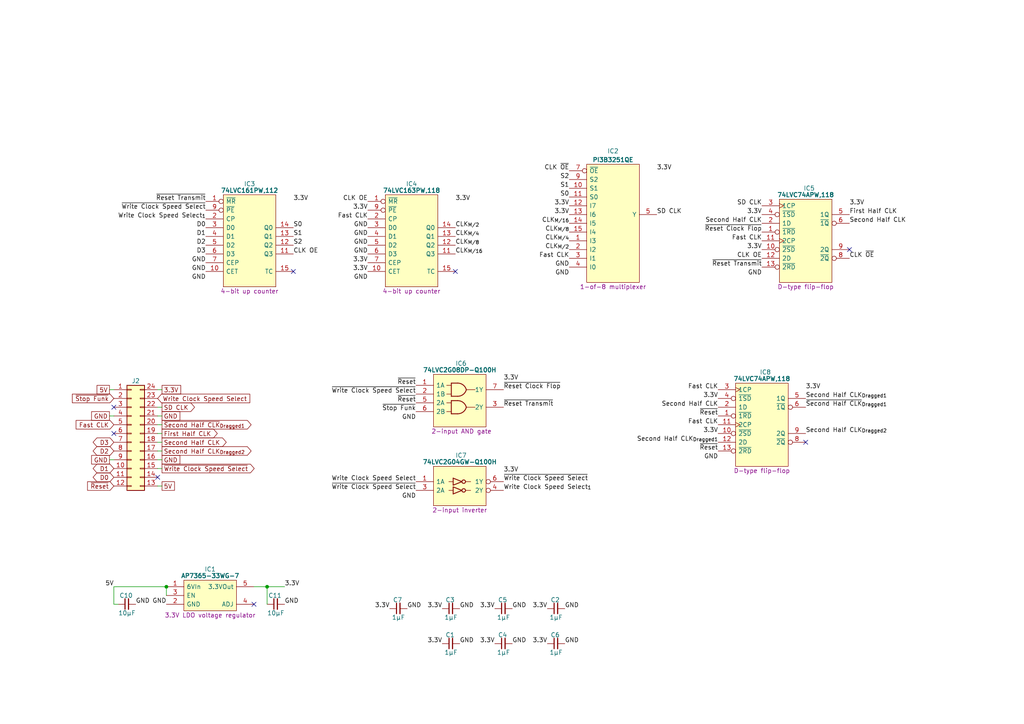
<source format=kicad_sch>
(kicad_sch (version 20231120) (generator "eeschema") (generator_version "8.0")
  (paper "A4")
  (title_block (title "SD Card Clock") (date "2024-06-30") (rev "V0"))
  (lib_symbols
    (symbol "Connector_Generic:Conn_02x12_Counter_Clockwise" (pin_names (offset 1.016) hide)
      (property "Reference" "J" (at 1.27 15.24 0))
      (property "Value" "Conn_02x12_Counter_Clockwise" (at 1.27 -17.78 0))
      (symbol "Conn_02x12_Counter_Clockwise_1_1"
        (rectangle (start -1.27 -15.113) (end 0 -15.367) (stroke (width 0.1524)))
        (rectangle (start -1.27 -12.573) (end 0 -12.827) (stroke (width 0.1524)))
        (rectangle (start -1.27 -10.033) (end 0 -10.287) (stroke (width 0.1524)))
        (rectangle (start -1.27 -7.493) (end 0 -7.747) (stroke (width 0.1524)))
        (rectangle (start -1.27 -4.953) (end 0 -5.207) (stroke (width 0.1524)))
        (rectangle (start -1.27 -2.413) (end 0 -2.667) (stroke (width 0.1524)))
        (rectangle (start -1.27 0.127) (end 0 -0.127) (stroke (width 0.1524)))
        (rectangle (start -1.27 2.667) (end 0 2.413) (stroke (width 0.1524)))
        (rectangle (start -1.27 5.207) (end 0 4.953) (stroke (width 0.1524)))
        (rectangle (start -1.27 7.747) (end 0 7.493) (stroke (width 0.1524)))
        (rectangle (start -1.27 10.287) (end 0 10.033) (stroke (width 0.1524)))
        (rectangle (start -1.27 12.827) (end 0 12.573) (stroke (width 0.1524)))
        (rectangle (start -1.27 13.97) (end 3.81 -16.51) (stroke (width 0.254)) (fill (type background)))
        (rectangle (start 3.81 -15.113) (end 2.54 -15.367) (stroke (width 0.1524)))
        (rectangle (start 3.81 -12.573) (end 2.54 -12.827) (stroke (width 0.1524)))
        (rectangle (start 3.81 -10.033) (end 2.54 -10.287) (stroke (width 0.1524)))
        (rectangle (start 3.81 -7.493) (end 2.54 -7.747) (stroke (width 0.1524)))
        (rectangle (start 3.81 -4.953) (end 2.54 -5.207) (stroke (width 0.1524)))
        (rectangle (start 3.81 -2.413) (end 2.54 -2.667) (stroke (width 0.1524)))
        (rectangle (start 3.81 0.127) (end 2.54 -0.127) (stroke (width 0.1524)))
        (rectangle (start 3.81 2.667) (end 2.54 2.413) (stroke (width 0.1524)))
        (rectangle (start 3.81 5.207) (end 2.54 4.953) (stroke (width 0.1524)))
        (rectangle (start 3.81 7.747) (end 2.54 7.493) (stroke (width 0.1524)))
        (rectangle (start 3.81 10.287) (end 2.54 10.033) (stroke (width 0.1524)))
        (rectangle (start 3.81 12.827) (end 2.54 12.573) (stroke (width 0.1524)))
        (pin passive line (at -5.08 12.7 0) (length 3.81) (name "Pin_1") (number "1"))
        (pin passive line (at -5.08 -10.16 0) (length 3.81) (name "Pin_10") (number "10"))
        (pin passive line (at -5.08 -12.7 0) (length 3.81) (name "Pin_11") (number "11"))
        (pin passive line (at -5.08 -15.24 0) (length 3.81) (name "Pin_12") (number "12"))
        (pin passive line (at 7.62 -15.24 180) (length 3.81) (name "Pin_13") (number "13"))
        (pin passive line (at 7.62 -12.7 180) (length 3.81) (name "Pin_14") (number "14"))
        (pin passive line (at 7.62 -10.16 180) (length 3.81) (name "Pin_15") (number "15"))
        (pin passive line (at 7.62 -7.62 180) (length 3.81) (name "Pin_16") (number "16"))
        (pin passive line (at 7.62 -5.08 180) (length 3.81) (name "Pin_17") (number "17"))
        (pin passive line (at 7.62 -2.54 180) (length 3.81) (name "Pin_18") (number "18"))
        (pin passive line (at 7.62 0 180) (length 3.81) (name "Pin_19") (number "19"))
        (pin passive line (at -5.08 10.16 0) (length 3.81) (name "Pin_2") (number "2"))
        (pin passive line (at 7.62 2.54 180) (length 3.81) (name "Pin_20") (number "20"))
        (pin passive line (at 7.62 5.08 180) (length 3.81) (name "Pin_21") (number "21"))
        (pin passive line (at 7.62 7.62 180) (length 3.81) (name "Pin_22") (number "22"))
        (pin passive line (at 7.62 10.16 180) (length 3.81) (name "Pin_23") (number "23"))
        (pin passive line (at 7.62 12.7 180) (length 3.81) (name "Pin_24") (number "24"))
        (pin passive line (at -5.08 7.62 0) (length 3.81) (name "Pin_3") (number "3"))
        (pin passive line (at -5.08 5.08 0) (length 3.81) (name "Pin_4") (number "4"))
        (pin passive line (at -5.08 2.54 0) (length 3.81) (name "Pin_5") (number "5"))
        (pin passive line (at -5.08 0 0) (length 3.81) (name "Pin_6") (number "6"))
        (pin passive line (at -5.08 -2.54 0) (length 3.81) (name "Pin_7") (number "7"))
        (pin passive line (at -5.08 -5.08 0) (length 3.81) (name "Pin_8") (number "8"))
        (pin passive line (at -5.08 -7.62 0) (length 3.81) (name "Pin_9") (number "9"))
      )
    )
    (symbol "Diodes_Inc:AP7365-33WG-7" (pin_names (offset 0.762))
      (property "Reference" "IC" (at 12.7 5.08 0))
      (property "Value" "AP7365-33WG-7" (at 12.7 3.175 0))
      (property "Description" "3.3V LDO voltage regulator" (at 12.7 -8.255 0))
      (symbol "AP7365-33WG-7_0_0"
        (pin passive line (at 0 -5.08 0) (length 5.08) (name "GND") (number "2"))
        (pin input line (at 0 -2.54 0) (length 5.08) (name "EN") (number "3"))
        (pin passive line (at 25.4 -5.08 180) (length 5.08) (name "ADJ") (number "4"))
      )
      (symbol "AP7365-33WG-7_0_1"
        (polyline (pts (xy 5.08 1.905) (xy 20.32 1.905) (xy 20.32 -6.985) (xy 5.08 -6.985) (xy 5.08 1.905)) (fill (type background)))
      )
      (symbol "AP7365-33WG-7_1_0"
        (pin passive line (at 0 0 0) (length 5.08) (name "6VIn") (number "1"))
        (pin passive line (at 25.4 0 180) (length 5.08) (name "3.3VOut") (number "5"))
      )
    )
    (symbol "Diodes_Inc:PI3B3251QE" (pin_names (offset 0.762))
      (property "Reference" "IC" (at 12.7 5.715 0))
      (property "Value" "PI3B3251QE" (at 12.7 3.175 0))
      (property "Description" "1-of-8 multiplexer" (at 12.7 -33.655 0))
      (symbol "PI3B3251QE_0_0"
        (pin input line (at 0 -20.32 0) (length 5.08) (name "I3") (number "1"))
        (pin input line (at 0 -5.08 0) (length 5.08) (name "S1") (number "10"))
        (pin input line (at 0 -7.62 0) (length 5.08) (name "S0") (number "11"))
        (pin input line (at 0 -10.16 0) (length 5.08) (name "I7") (number "12"))
        (pin input line (at 0 -12.7 0) (length 5.08) (name "I6") (number "13"))
        (pin input line (at 0 -15.24 0) (length 5.08) (name "I5") (number "14"))
        (pin input line (at 0 -17.78 0) (length 5.08) (name "I4") (number "15"))
        (pin input line (at 0 -22.86 0) (length 5.08) (name "I2") (number "2"))
        (pin input line (at 0 -25.4 0) (length 5.08) (name "I1") (number "3"))
        (pin input line (at 0 -27.94 0) (length 5.08) (name "I0") (number "4"))
        (pin passive line (at 0 -30.48 0) (length 5.08) hide (name "GND") (number "8"))
        (pin input line (at 0 -2.54 0) (length 5.08) (name "S2") (number "9"))
      )
      (symbol "PI3B3251QE_0_1"
        (polyline (pts (xy 5.08 1.905) (xy 20.32 1.905) (xy 20.32 -32.385) (xy 5.08 -32.385) (xy 5.08 1.905)) (stroke (width 0.1524)) (fill (type background)))
      )
      (symbol "PI3B3251QE_1_0"
        (pin passive line (at 25.4 0 180) (length 5.08) hide (name "3V") (number "16"))
        (pin tri_state line (at 25.4 -12.7 180) (length 5.08) (name "Y") (number "5"))
        (pin no_connect line (at 25.4 -15.24 180) (length 5.08) hide (name "NC") (number "6"))
        (pin input inverted (at 0 0 0) (length 5.08) (name "~{OE}") (number "7"))
      )
    )
    (symbol "HCP65:C_0805" (pin_numbers hide) (pin_names (offset 0.254) hide)
      (property "Reference" "C" (at 2.286 2.54 0))
      (property "Value" "?μF" (at 2.54 -2.54 0))
      (symbol "C_0805_0_1"
        (polyline (pts (xy 1.9685 -1.4605) (xy 1.9685 1.5875)) (stroke (width 0.3048)))
        (polyline (pts (xy 2.9845 -1.4605) (xy 2.9845 1.5875)) (stroke (width 0.3302)))
      )
      (symbol "C_0805_1_1"
        (pin passive line (at 0 0 0) (length 2.032) (name "~") (number "1"))
        (pin passive line (at 5.08 0 180) (length 2.032) (name "~") (number "2"))
      )
    )
    (symbol "Nexperia:74LVC161PW,112" (pin_names (offset 0.762))
      (property "Reference" "IC" (at 12.7 5.08 0))
      (property "Value" "74LVC161PW,112" (at 12.7 3.175 0))
      (property "Description" "4-bit up counter" (at 12.7 -26.035 0))
      (symbol "74LVC161PW,112_0_0"
        (pin input inverted (at 0 0 0) (length 5.08) (name "~{MR}") (number "1"))
        (pin input line (at 0 -20.32 0) (length 5.08) (name "CET") (number "10"))
        (pin output line (at 25.4 -15.24 180) (length 5.08) (name "Q3") (number "11"))
        (pin output line (at 25.4 -12.7 180) (length 5.08) (name "Q2") (number "12"))
        (pin output line (at 25.4 -10.16 180) (length 5.08) (name "Q1") (number "13"))
        (pin output line (at 25.4 -7.62 180) (length 5.08) (name "Q0") (number "14"))
        (pin output line (at 25.4 -20.32 180) (length 5.08) (name "TC") (number "15"))
        (pin passive line (at 25.4 0 180) (length 5.08) hide (name "3V") (number "16"))
        (pin input line (at 0 -5.08 0) (length 5.08) (name "CP") (number "2"))
        (pin input line (at 0 -7.62 0) (length 5.08) (name "D0") (number "3"))
        (pin input line (at 0 -10.16 0) (length 5.08) (name "D1") (number "4"))
        (pin input line (at 0 -12.7 0) (length 5.08) (name "D2") (number "5"))
        (pin input line (at 0 -15.24 0) (length 5.08) (name "D3") (number "6"))
        (pin input line (at 0 -17.78 0) (length 5.08) (name "CEP") (number "7"))
        (pin passive line (at 0 -22.86 0) (length 5.08) hide (name "GND") (number "8"))
        (pin input inverted (at 0 -2.54 0) (length 5.08) (name "~{PE}") (number "9"))
      )
      (symbol "74LVC161PW,112_0_1"
        (polyline (pts (xy 5.08 1.905) (xy 20.32 1.905) (xy 20.32 -24.765) (xy 5.08 -24.765) (xy 5.08 1.905)) (stroke (width 0.1524)) (fill (type background)))
      )
    )
    (symbol "Nexperia:74LVC163PW,118" (pin_names (offset 0.762))
      (property "Reference" "IC" (at 12.7 5.08 0))
      (property "Value" "74LVC163PW,118" (at 12.7 3.175 0))
      (property "Description" "4-bit up counter" (at 12.7 -26.035 0))
      (symbol "74LVC163PW,118_0_0"
        (pin input inverted (at 0 0 0) (length 5.08) (name "~{MR}") (number "1"))
        (pin input line (at 0 -20.32 0) (length 5.08) (name "CET") (number "10"))
        (pin output line (at 25.4 -15.24 180) (length 5.08) (name "Q3") (number "11"))
        (pin output line (at 25.4 -12.7 180) (length 5.08) (name "Q2") (number "12"))
        (pin output line (at 25.4 -10.16 180) (length 5.08) (name "Q1") (number "13"))
        (pin output line (at 25.4 -7.62 180) (length 5.08) (name "Q0") (number "14"))
        (pin output line (at 25.4 -20.32 180) (length 5.08) (name "TC") (number "15"))
        (pin passive line (at 25.4 0 180) (length 5.08) hide (name "3V") (number "16"))
        (pin input line (at 0 -5.08 0) (length 5.08) (name "CP") (number "2"))
        (pin input line (at 0 -7.62 0) (length 5.08) (name "D0") (number "3"))
        (pin input line (at 0 -10.16 0) (length 5.08) (name "D1") (number "4"))
        (pin input line (at 0 -12.7 0) (length 5.08) (name "D2") (number "5"))
        (pin input line (at 0 -15.24 0) (length 5.08) (name "D3") (number "6"))
        (pin input line (at 0 -17.78 0) (length 5.08) (name "CEP") (number "7"))
        (pin passive line (at 0 -22.86 0) (length 5.08) hide (name "GND") (number "8"))
        (pin input inverted (at 0 -2.54 0) (length 5.08) (name "~{PE}") (number "9"))
      )
      (symbol "74LVC163PW,118_0_1"
        (polyline (pts (xy 5.08 1.905) (xy 20.32 1.905) (xy 20.32 -24.765) (xy 5.08 -24.765) (xy 5.08 1.905)) (stroke (width 0.1524)) (fill (type background)))
      )
    )
    (symbol "Nexperia:74LVC2G04GW-Q100H" (pin_names (offset 0.762))
      (property "Reference" "IC" (at 11.43 7.62 0))
      (property "Value" "74LVC2G04GW-Q100H" (at 12.7 5.715 0))
      (property "Description" "2-input inverter" (at 12.7 -8.255 0))
      (symbol "74LVC2G04GW-Q100H_0_0"
        (pin input line (at 0 0 0) (length 5.08) (name "1A") (number "1"))
        (pin passive line (at 0 -5.08 0) (length 5.08) hide (name "GND") (number "2"))
        (pin input line (at 0 -2.54 0) (length 5.08) (name "2A") (number "3"))
        (pin output inverted (at 25.4 -2.54 180) (length 5.08) (name "2Y") (number "4"))
        (pin passive line (at 25.4 2.54 180) (length 5.08) hide (name "3V") (number "5"))
        (pin output inverted (at 25.4 0 180) (length 5.08) (name "1Y") (number "6"))
      )
      (symbol "74LVC2G04GW-Q100H_0_1"
        (polyline (pts (xy 9.525 -2.54) (xy 10.7949 -2.54)))
        (polyline (pts (xy 9.525 0) (xy 10.7949 0)))
        (polyline (pts (xy 14.351 -2.54) (xy 15.875 -2.54)))
        (polyline (pts (xy 14.351 0) (xy 15.875 0)))
        (polyline (pts (xy 10.795 -3.556) (xy 13.335 -2.54) (xy 10.795 -1.524)) (stroke (width 0.254)))
        (polyline (pts (xy 10.795 -1.016) (xy 13.335 0) (xy 10.795 1.016)) (stroke (width 0.254)))
        (polyline (pts (xy 5.08 4.445) (xy 20.32 4.445) (xy 20.32 -6.985) (xy 5.08 -6.985) (xy 5.08 4.445)) (stroke (width 0.1524)) (fill (type background)))
        (rectangle (start 10.795 -1.524) (end 10.795 -3.556) (stroke (width 0.254)) (fill (type background)))
        (rectangle (start 10.795 1.016) (end 10.795 -1.016) (stroke (width 0.254)) (fill (type background)))
        (circle (center 13.843 -2.54) (radius 0.508) (stroke (width 0.254)))
        (circle (center 13.843 0) (radius 0.508) (stroke (width 0.254)))
      )
    )
    (symbol "Nexperia:74LVC2G08DP-Q100H" (pin_names (offset 0.762))
      (property "Reference" "IC" (at 11.43 6.35 0))
      (property "Value" "74LVC2G08DP-Q100H" (at 12.7 4.445 0))
      (property "Description" "2-input AND gate" (at 4.445 -13.335 0))
      (symbol "74LVC2G08DP-Q100H_0_0"
        (pin input line (at 0 0 0) (length 5.08) (name "1A") (number "1"))
        (pin input line (at 0 -2.54 0) (length 5.08) (name "1B") (number "2"))
        (pin output line (at 25.4 -6.35 180) (length 5.08) (name "2Y") (number "3"))
        (pin passive line (at 0 -10.16 0) (length 5.08) hide (name "GND") (number "4"))
        (pin input line (at 0 -5.08 0) (length 5.08) (name "2A") (number "5"))
        (pin input line (at 0 -7.62 0) (length 5.08) (name "2B") (number "6"))
        (pin output line (at 25.4 -1.27 180) (length 5.08) (name "1Y") (number "7"))
        (pin passive line (at 25.4 1.27 180) (length 5.08) hide (name "3V") (number "8"))
      )
      (symbol "74LVC2G08DP-Q100H_0_1"
        (polyline (pts (xy 8.89 -7.62) (xy 10.1599 -7.62)))
        (polyline (pts (xy 8.89 -5.08) (xy 10.1599 -5.08)))
        (polyline (pts (xy 8.89 -2.54) (xy 10.1599 -2.54)))
        (polyline (pts (xy 8.89 0) (xy 10.1599 0)))
        (polyline (pts (xy 10.248 -4.445) (xy 10.248 -8.255)) (stroke (width 0.254)) (fill (type background)))
        (polyline (pts (xy 10.248 0.635) (xy 10.248 -3.175)) (stroke (width 0.254)) (fill (type background)))
        (polyline (pts (xy 12.065 -8.255) (xy 10.248 -8.255)) (stroke (width 0.254)) (fill (type background)))
        (polyline (pts (xy 12.065 -4.445) (xy 10.248 -4.445)) (stroke (width 0.254)) (fill (type background)))
        (polyline (pts (xy 12.065 -3.175) (xy 10.248 -3.175)) (stroke (width 0.254)) (fill (type background)))
        (polyline (pts (xy 12.065 0.635) (xy 10.248 0.635)) (stroke (width 0.254)) (fill (type background)))
        (polyline (pts (xy 14.605 -6.35) (xy 17.145 -6.35)))
        (polyline (pts (xy 14.605 -1.27) (xy 17.145 -1.27)))
        (polyline (pts (xy 5.08 3.175) (xy 20.32 3.175) (xy 20.32 -12.065) (xy 5.08 -12.065) (xy 5.08 3.175)) (stroke (width 0.1524)) (fill (type background)))
        (arc (start 12.065 -8.255) (mid 13.6634 -7.7404) (end 14.605 -6.35) (stroke (width 0.254)))
        (arc (start 12.065 -3.175) (mid 13.6634 -2.6604) (end 14.605 -1.27) (stroke (width 0.254)))
        (arc (start 14.605 -6.35) (mid 13.6646 -4.958) (end 12.065 -4.445) (stroke (width 0.254)))
        (arc (start 14.605 -1.27) (mid 13.6646 0.122) (end 12.065 0.635) (stroke (width 0.254)))
      )
    )
    (symbol "Nexperia:74LVC74APW,118" (pin_names (offset 0.762))
      (property "Reference" "IC" (at 12.065 5.08 0))
      (property "Value" "74LVC74APW,118" (at 12.7 3.175 0))
      (property "Description" "D-type flip-flop" (at 12.7 -23.495 0))
      (symbol "74LVC74APW,118_0_0"
        (pin input inverted (at 0 -7.62 0) (length 5.08) (name "~{1RD}") (number "1"))
        (pin input inverted (at 0 -12.7 0) (length 5.08) (name "~{2SD}") (number "10"))
        (pin input clock (at 0 -10.16 0) (length 5.08) (name "2CP") (number "11"))
        (pin input line (at 0 -15.24 0) (length 5.08) (name "2D") (number "12"))
        (pin input inverted (at 0 -17.78 0) (length 5.08) (name "~{2RD}") (number "13"))
        (pin passive line (at 25.4 0 180) (length 5.08) hide (name "3V") (number "14"))
        (pin input line (at 0 -5.08 0) (length 5.08) (name "1D") (number "2"))
        (pin input clock (at 0 0 0) (length 5.08) (name "1CP") (number "3"))
        (pin input inverted (at 0 -2.54 0) (length 5.08) (name "~{1SD}") (number "4"))
        (pin output line (at 25.4 -2.54 180) (length 5.08) (name "1Q") (number "5"))
        (pin output inverted (at 25.4 -5.08 180) (length 5.08) (name "~{1Q}") (number "6"))
        (pin passive line (at 0 -20.32 0) (length 5.08) hide (name "GND") (number "7"))
        (pin output inverted (at 25.4 -15.24 180) (length 5.08) (name "~{2Q}") (number "8"))
        (pin output line (at 25.4 -12.7 180) (length 5.08) (name "2Q") (number "9"))
      )
      (symbol "74LVC74APW,118_0_1"
        (polyline (pts (xy 5.08 1.905) (xy 20.32 1.905) (xy 20.32 -22.225) (xy 5.08 -22.225) (xy 5.08 1.905)) (stroke (width 0.1524)) (fill (type background)))
      )
    )
  )
  (junction (at 48.26 170.18))
  (junction (at 77.47 170.18))
  (no_connect (at 33.02 118.11))
  (no_connect (at 73.66 175.26))
  (no_connect (at 45.72 138.43))
  (no_connect (at 132.08 78.74))
  (no_connect (at 233.68 128.27))
  (no_connect (at 246.38 72.39))
  (no_connect (at 33.02 125.73))
  (no_connect (at 85.09 78.74))
  (wire (pts (xy 77.47 175.26) (xy 77.47 170.18)))
  (wire (pts (xy 31.75 120.65) (xy 33.02 120.65)))
  (wire (pts (xy 46.99 113.03) (xy 45.72 113.03)))
  (wire (pts (xy 33.02 170.18) (xy 48.26 170.18)))
  (wire (pts (xy 46.99 128.27) (xy 45.72 128.27)))
  (wire (pts (xy 48.26 170.18) (xy 48.26 172.72)))
  (wire (pts (xy 46.99 140.97) (xy 45.72 140.97)))
  (wire (pts (xy 46.99 123.19) (xy 45.72 123.19)))
  (wire (pts (xy 31.75 113.03) (xy 33.02 113.03)))
  (wire (pts (xy 73.66 170.18) (xy 77.47 170.18)))
  (wire (pts (xy 46.99 125.73) (xy 45.72 125.73)))
  (wire (pts (xy 46.99 118.11) (xy 45.72 118.11)))
  (wire (pts (xy 46.99 130.81) (xy 45.72 130.81)))
  (wire (pts (xy 33.02 170.18) (xy 33.02 175.26)))
  (wire (pts (xy 46.99 135.89) (xy 45.72 135.89)))
  (wire (pts (xy 46.99 120.65) (xy 45.72 120.65)))
  (wire (pts (xy 31.75 133.35) (xy 33.02 133.35)))
  (wire (pts (xy 33.02 175.26) (xy 34.29 175.26)))
  (wire (pts (xy 77.47 170.18) (xy 82.55 170.18)))
  (wire (pts (xy 46.99 133.35) (xy 45.72 133.35)))
  (label "Second Half CLK_{Dragged1}" (at 233.68 115.57 0))
  (label "S2" (at 165.1 52.07 180))
  (label "3.3V" (at 85.09 58.42 0))
  (label "CLK_{M{slash}8}" (at 132.08 71.12 0))
  (label "Fast CLK" (at 208.28 113.03 180))
  (label "3.3V" (at 106.68 60.96 180))
  (label "Write Clock Speed Select" (at 120.65 139.7 180))
  (label "3.3V" (at 143.51 186.69 180))
  (label "3.3V" (at 128.27 176.53 180))
  (label "~{Write Clock Speed Select}" (at 59.69 60.96 180))
  (label "~{Reset Clock Flop}" (at 220.98 67.31 180))
  (label "CLK_{M{slash}4}" (at 132.08 68.58 0))
  (label "~{Reset Transmit}" (at 146.05 118.11 0))
  (label "GND" (at 165.1 80.01 180))
  (label "3.3V" (at 220.98 72.39 180))
  (label "CLK_{M{slash}2}" (at 132.08 66.04 0))
  (label "GND" (at 82.55 175.26 0))
  (label "S1" (at 165.1 54.61 180))
  (label "GND" (at 220.98 80.01 180))
  (label "3.3V" (at 146.05 110.49 0))
  (label "GND" (at 163.83 186.69 0))
  (label "S2" (at 85.09 71.12 0))
  (label "Write Clock Speed Select_{1}" (at 59.69 63.5 180))
  (label "3.3V" (at 158.75 186.69 180))
  (label "Fast CLK" (at 165.1 74.93 180))
  (label "3.3V" (at 106.68 78.74 180))
  (label "~{Reset Clock Flop}" (at 146.05 113.03 0))
  (label "GND" (at 39.37 175.26 0))
  (label "5V" (at 33.02 170.18 180))
  (label "CLK_{M{slash}8}" (at 165.1 67.31 180))
  (label "~{Reset Transmit}" (at 220.98 77.47 180))
  (label "~{Reset}" (at 208.28 130.81 180))
  (label "GND" (at 133.35 186.69 0))
  (label "Second Half CLK" (at 246.38 64.77 0))
  (label "Second Half CLK" (at 208.28 118.11 180))
  (label "CLK OE" (at 220.98 74.93 180))
  (label "GND" (at 148.59 186.69 0))
  (label "GND" (at 120.65 121.92 180))
  (label "GND" (at 48.26 175.26 180))
  (label "First Half CLK" (at 246.38 62.23 0))
  (label "3.3V" (at 158.75 176.53 180))
  (label "S0" (at 165.1 57.15 180))
  (label "CLK ~{OE}" (at 165.1 49.53 180))
  (label "~{Reset}" (at 208.28 120.65 180))
  (label "3.3V" (at 220.98 62.23 180))
  (label "SD CLK" (at 190.5 62.23 0))
  (label "Fast CLK" (at 220.98 69.85 180))
  (label "3.3V" (at 208.28 125.73 180))
  (label "GND" (at 106.68 66.04 180))
  (label "3.3V" (at 146.05 137.16 0))
  (label "Write Clock Speed Select_{1}" (at 146.05 142.24 0))
  (label "CLK_{M{slash}2}" (at 165.1 72.39 180))
  (label "GND" (at 148.59 176.53 0))
  (label "D2" (at 59.69 71.12 180))
  (label "~{Reset}" (at 120.65 116.84 180))
  (label "D3" (at 59.69 73.66 180))
  (label "3.3V" (at 165.1 59.69 180))
  (label "CLK_{M{slash}16}" (at 165.1 64.77 180))
  (label "3.3V" (at 233.68 113.03 0))
  (label "GND" (at 106.68 73.66 180))
  (label "~{Write Clock Speed Select}" (at 120.65 142.24 180))
  (label "GND" (at 106.68 81.28 180))
  (label "3.3V" (at 246.38 59.69 0))
  (label "GND" (at 133.35 176.53 0))
  (label "CLK OE" (at 106.68 58.42 180))
  (label "CLK_{M{slash}16}" (at 132.08 73.66 0))
  (label "3.3V" (at 82.55 170.18 0))
  (label "GND" (at 165.1 77.47 180))
  (label "3.3V" (at 143.51 176.53 180))
  (label "~{Second Half CLK}_{Dragged1}" (at 233.68 118.11 0))
  (label "CLK ~{OE}" (at 246.38 74.93 0))
  (label "3.3V" (at 208.28 115.57 180))
  (label "S1" (at 85.09 68.58 0))
  (label "SD CLK" (at 220.98 59.69 180))
  (label "GND" (at 106.68 68.58 180))
  (label "GND" (at 59.69 78.74 180))
  (label "GND" (at 59.69 81.28 180))
  (label "Second Half CLK_{Dragged2}" (at 233.68 125.73 0))
  (label "3.3V" (at 165.1 62.23 180))
  (label "GND" (at 106.68 71.12 180))
  (label "3.3V" (at 106.68 76.2 180))
  (label "~{Reset}" (at 120.65 111.76 180))
  (label "~{Write Clock Speed Select}" (at 146.05 139.7 0))
  (label "GND" (at 208.28 133.35 180))
  (label "~{Write Clock Speed Select}" (at 120.65 114.3 180))
  (label "3.3V" (at 128.27 186.69 180))
  (label "Fast CLK" (at 208.28 123.19 180))
  (label "CLK OE" (at 85.09 73.66 0))
  (label "GND" (at 59.69 76.2 180))
  (label "3.3V" (at 113.03 176.53 180))
  (label "GND" (at 118.11 176.53 0))
  (label "CLK_{M{slash}4}" (at 165.1 69.85 180))
  (label "Fast CLK" (at 106.68 63.5 180))
  (label "D1" (at 59.69 68.58 180))
  (label "GND" (at 120.65 144.78 180))
  (label "S0" (at 85.09 66.04 0))
  (label "Second Half CLK" (at 220.98 64.77 180))
  (label "~{Stop Funk}" (at 120.65 119.38 180))
  (label "Second Half CLK_{Dragged1}" (at 208.28 128.27 180))
  (label "~{Reset Transmit}" (at 59.69 58.42 180))
  (label "GND" (at 163.83 176.53 0))
  (label "3.3V" (at 132.08 58.42 0))
  (label "3.3V" (at 190.5 49.53 0))
  (label "D0" (at 59.69 66.04 180))
  (global_label "~{Second Half CLK}_{Dragged1}" (shape output) (at 46.99 123.19 0) (property "Intersheetrefs" "${INTERSHEET_REFS}" (effects (hide yes))))
  (global_label "D0" (shape tri_state) (at 33.02 138.43 180) (property "Intersheetrefs" "${INTERSHEET_REFS}" (effects (hide yes))))
  (global_label "3.3V" (shape passive) (at 46.99 113.03 0) (property "Intersheetrefs" "${INTERSHEET_REFS}" (effects (hide yes))))
  (global_label "~{Reset}" (shape input) (at 33.02 140.97 180) (property "Intersheetrefs" "${INTERSHEET_REFS}" (effects (hide yes))))
  (global_label "Second Half CLK" (shape output) (at 46.99 128.27 0) (property "Intersheetrefs" "${INTERSHEET_REFS}" (effects (hide yes))))
  (global_label "5V" (shape passive) (at 31.75 113.03 180) (property "Intersheetrefs" "${INTERSHEET_REFS}" (effects (hide yes))))
  (global_label "Fast CLK" (shape input) (at 33.02 123.19 180) (property "Intersheetrefs" "${INTERSHEET_REFS}" (effects (hide yes))))
  (global_label "GND" (shape passive) (at 46.99 120.65 0) (property "Intersheetrefs" "${INTERSHEET_REFS}" (effects (hide yes))))
  (global_label "5V" (shape passive) (at 46.99 140.97 0) (property "Intersheetrefs" "${INTERSHEET_REFS}" (effects (hide yes))))
  (global_label "GND" (shape passive) (at 31.75 120.65 180) (property "Intersheetrefs" "${INTERSHEET_REFS}" (effects (hide yes))))
  (global_label "GND" (shape passive) (at 46.99 133.35 0) (property "Intersheetrefs" "${INTERSHEET_REFS}" (effects (hide yes))))
  (global_label "First Half CLK" (shape output) (at 46.99 125.73 0) (property "Intersheetrefs" "${INTERSHEET_REFS}" (effects (hide yes))))
  (global_label "SD CLK" (shape output) (at 46.99 118.11 0) (property "Intersheetrefs" "${INTERSHEET_REFS}" (effects (hide yes))))
  (global_label "~{Stop Funk}" (shape input) (at 33.02 115.57 180) (property "Intersheetrefs" "${INTERSHEET_REFS}" (effects (hide yes))))
  (global_label "~{Write Clock Speed Select}" (shape output) (at 46.99 135.89 0) (property "Intersheetrefs" "${INTERSHEET_REFS}" (effects (hide yes))))
  (global_label "D1" (shape tri_state) (at 33.02 135.89 180) (property "Intersheetrefs" "${INTERSHEET_REFS}" (effects (hide yes))))
  (global_label "Write Clock Speed Select" (shape input) (at 45.72 115.57 0) (property "Intersheetrefs" "${INTERSHEET_REFS}" (effects (hide yes))))
  (global_label "Second Half CLK_{Dragged2}" (shape output) (at 46.99 130.81 0) (property "Intersheetrefs" "${INTERSHEET_REFS}" (effects (hide yes))))
  (global_label "GND" (shape passive) (at 31.75 133.35 180) (property "Intersheetrefs" "${INTERSHEET_REFS}" (effects (hide yes))))
  (global_label "D3" (shape tri_state) (at 33.02 128.27 180) (property "Intersheetrefs" "${INTERSHEET_REFS}" (effects (hide yes))))
  (global_label "D2" (shape tri_state) (at 33.02 130.81 180) (property "Intersheetrefs" "${INTERSHEET_REFS}" (effects (hide yes))))
  (symbol (lib_id "HCP65:C_0805") (at 158.75 186.69 0) (unit 1)
    (property "Reference" "C6" (at 161.036 184.15 0))
    (property "Value" "1μF" (at 161.29 189.23 0))
    (property "Footprint" "SamacSys_Parts:C_0805" (effects (hide yes)))
  )
  (symbol (lib_id "HCP65:C_0805") (at 128.27 186.69 0) (unit 1)
    (property "Reference" "C1" (at 130.556 184.15 0))
    (property "Value" "1μF" (at 130.81 189.23 0))
    (property "Footprint" "SamacSys_Parts:C_0805" (effects (hide yes)))
  )
  (symbol (lib_id "Connector_Generic:Conn_02x12_Counter_Clockwise") (at 38.1 125.73 0) (unit 1)
    (property "Reference" "J2" (at 39.37 110.49 0))
    (property "Value" "Conn_02x12_Counter_Clockwise" (effects (hide yes)))
    (property "Footprint" "SamacSys_Parts:DIP-24_Board_W22.86mm" (effects (hide yes)))
    (property "Description" "Generic connector, double row, 02x12, counter clockwise pin numbering scheme (similar to DIP package numbering), script generated (kicad-library-utils/schlib/autogen/connector/)" (effects (hide yes)))
  )
  (symbol (lib_id "Nexperia:74LVC2G08DP-Q100H") (at 120.65 111.76 0) (unit 1)
    (property "Reference" "IC6" (at 132.08 105.41 0) (effects (justify left)))
    (property "Value" "74LVC2G08DP-Q100H" (at 133.35 107.315 0) (effects (font (bold yes))))
    (property "Footprint" "SamacSys_Parts:SOP65P400X110-8N" (effects (hide yes)))
    (property "Datasheet" "https://assets.nexperia.com/documents/data-sheet/74LVC2G08_Q100.pdf" (effects (hide yes)))
    (property "Description" "2-input AND gate" (at 125.095 125.095 0) (effects (justify left)))
    (property "Height" "1.1" (effects (hide yes)))
    (property "Manufacturer_Name" "Nexperia" (effects (hide yes)))
    (property "Manufacturer_Part_Number" "74LVC2G08DP-Q100H" (effects (hide yes)))
    (property "Mouser Part Number" "771-74LVC2G08DPQ100H" (effects (hide yes)))
    (property "Mouser Price/Stock" "https://www.mouser.co.uk/ProductDetail/Nexperia/74LVC2G08DP-Q100H?qs=fi7yB2oewZnJ07IC2YGuEQ%3D%3D" (effects (hide yes)))
    (property "Silkscreen" "'2G08" (effects (hide yes)))
    (property "Garbage" "74LVC2G08-Q100 - Dual 2-input AND gate@en-us" (effects (hide yes)))
  )
  (symbol (lib_id "HCP65:C_0805") (at 113.03 176.53 0) (unit 1)
    (property "Reference" "C7" (at 115.316 173.99 0))
    (property "Value" "1μF" (at 115.57 179.07 0))
    (property "Footprint" "SamacSys_Parts:C_0805" (effects (hide yes)))
  )
  (symbol (lib_id "Nexperia:74LVC74APW,118") (at 208.28 113.03 0) (unit 1)
    (property "Reference" "IC8" (at 220.345 107.95 0) (effects (justify left)))
    (property "Value" "74LVC74APW,118" (at 220.98 109.855 0) (effects (font (bold yes))))
    (property "Footprint" "SamacSys_Parts:SOP65P640X110-14N" (effects (hide yes)))
    (property "Datasheet" "https://assets.nexperia.com/documents/data-sheet/74LVC74A.pdf" (effects (hide yes)))
    (property "Description" "D-type flip-flop" (at 220.98 136.525 0))
    (property "Height" "1.1" (effects (hide yes)))
    (property "Mouser Part Number" "771-74LVC74APW-T" (effects (hide yes)))
    (property "Mouser Price/Stock" "https://www.mouser.co.uk/ProductDetail/Nexperia/74LVC74APW118?qs=me8TqzrmIYVtXwVfet0lzw%3D%3D" (effects (hide yes)))
    (property "Manufacturer_Name" "Nexperia" (effects (hide yes)))
    (property "Manufacturer_Part_Number" "74LVC74APW,118" (effects (hide yes)))
    (property "Silkscreen" "74LVC74" (effects (hide yes)))
    (property "Garbage" "74LVC74A - Dual D-type flip-flop with set and reset; positive-edge trigger@en-us" (effects (hide yes)))
  )
  (symbol (lib_id "HCP65:C_0805") (at 128.27 176.53 0) (unit 1)
    (property "Reference" "C3" (at 130.556 173.99 0))
    (property "Value" "1μF" (at 130.81 179.07 0))
    (property "Footprint" "SamacSys_Parts:C_0805" (effects (hide yes)))
  )
  (symbol (lib_id "Nexperia:74LVC163PW,118") (at 106.68 58.42 0) (unit 1)
    (property "Reference" "IC4" (at 119.38 53.34 0))
    (property "Value" "74LVC163PW,118" (at 119.38 55.245 0) (effects (font (bold yes))))
    (property "Footprint" "SamacSys_Parts:SOP65P640X110-16N" (effects (hide yes)))
    (property "Datasheet" "https://assets.nexperia.com/documents/data-sheet/74LVC163.pdf" (effects (hide yes)))
    (property "Description" "4-bit up counter" (at 119.38 84.455 0))
    (property "Height" "1.1" (effects (hide yes)))
    (property "Mouser Part Number" "771-74LVC163PW-T" (effects (hide yes)))
    (property "Mouser Price/Stock" "https://www.mouser.co.uk/ProductDetail/Nexperia/74LVC163PW118?qs=me8TqzrmIYUWRf9xrCNBjw%3D%3D" (effects (hide yes)))
    (property "Manufacturer_Name" "Nexperia" (effects (hide yes)))
    (property "Manufacturer_Part_Number" "74LVC163PW,118" (effects (hide yes)))
    (property "Silkscreen" "74LVC163" (effects (hide yes)))
    (property "Garbage" "74LVC163 - Presettable synchronous 4-bit binary counter; synchronous reset@en-us" (effects (hide yes)))
  )
  (symbol (lib_id "HCP65:C_0805") (at 143.51 176.53 0) (unit 1)
    (property "Reference" "C5" (at 145.796 173.99 0))
    (property "Value" "1μF" (at 146.05 179.07 0))
    (property "Footprint" "SamacSys_Parts:C_0805" (effects (hide yes)))
  )
  (symbol (lib_id "Nexperia:74LVC2G04GW-Q100H") (at 120.65 139.7 0) (unit 1)
    (property "Reference" "IC7" (at 132.08 132.08 0) (effects (justify left)))
    (property "Value" "74LVC2G04GW-Q100H" (at 133.35 133.985 0) (effects (font (bold yes))))
    (property "Footprint" "SamacSys_Parts:SOP65P210X110-6N" (effects (hide yes)))
    (property "Datasheet" "https://assets.nexperia.com/documents/data-sheet/74LVC2G04_Q100.pdf" (effects (hide yes)))
    (property "Description" "2-input inverter" (at 133.35 147.955 0))
    (property "Height" "1.1" (effects (hide yes)))
    (property "Manufacturer_Name" "Nexperia" (effects (hide yes)))
    (property "Manufacturer_Part_Number" "74LVC2G04GW-Q100H" (effects (hide yes)))
    (property "Mouser Part Number" "771-74LVC2G04GWQ100H" (effects (hide yes)))
    (property "Mouser Price/Stock" "https://www.mouser.co.uk/ProductDetail/Nexperia/74LVC2G04GW-Q100H?qs=Yna0arPQ0CQTXbBDVSrZqQ%3D%3D" (effects (hide yes)))
    (property "Silkscreen" "'2G04" (effects (hide yes)))
    (property "Garbage" "74LVC2G04-Q100 - Dual inverter@en-us" (effects (hide yes)))
  )
  (symbol (lib_id "Nexperia:74LVC161PW,112") (at 59.69 58.42 0) (unit 1)
    (property "Reference" "IC3" (at 72.39 53.34 0))
    (property "Value" "74LVC161PW,112" (at 72.39 55.245 0) (effects (font (bold yes))))
    (property "Footprint" "SamacSys_Parts:SOP65P640X110-16N" (effects (hide yes)))
    (property "Datasheet" "https://assets.nexperia.com/documents/data-sheet/74LVC161.pdf" (effects (hide yes)))
    (property "Description" "4-bit up counter" (at 72.39 84.455 0))
    (property "Height" "1.1" (effects (hide yes)))
    (property "Mouser Part Number" "771-LVC161PW112" (effects (hide yes)))
    (property "Mouser Price/Stock" "https://www.mouser.co.uk/ProductDetail/Nexperia/74LVC161PW112?qs=me8TqzrmIYXBQ64YL7POQw%3D%3D" (effects (hide yes)))
    (property "Manufacturer_Name" "Nexperia" (effects (hide yes)))
    (property "Manufacturer_Part_Number" "74LVC161PW,112" (effects (hide yes)))
    (property "Silkscreen" "74LVC161" (effects (hide yes)))
    (property "Garbage" "74LVC161 - Presettable synchronous 4-bit binary counter; asynchronous reset@en-us" (effects (hide yes)))
  )
  (symbol (lib_id "HCP65:C_0805") (at 34.29 175.26 0) (unit 1)
    (property "Reference" "C10" (at 36.576 172.72 0))
    (property "Value" "10µF" (at 34.29 177.8 0) (effects (justify left)))
    (property "Footprint" "SamacSys_Parts:C_0805" (effects (hide yes)))
  )
  (symbol (lib_id "HCP65:C_0805") (at 158.75 176.53 0) (unit 1)
    (property "Reference" "C2" (at 161.036 173.99 0))
    (property "Value" "1μF" (at 161.29 179.07 0))
    (property "Footprint" "SamacSys_Parts:C_0805" (effects (hide yes)))
  )
  (symbol (lib_id "HCP65:C_0805") (at 143.51 186.69 0) (unit 1)
    (property "Reference" "C4" (at 145.796 184.15 0))
    (property "Value" "1μF" (at 146.05 189.23 0))
    (property "Footprint" "SamacSys_Parts:C_0805" (effects (hide yes)))
  )
  (symbol (lib_id "Diodes_Inc:AP7365-33WG-7") (at 48.26 170.18 0) (unit 1)
    (property "Reference" "IC1" (at 60.96 165.1 0))
    (property "Value" "AP7365-33WG-7" (at 60.96 167.005 0) (effects (font (bold yes))))
    (property "Footprint" "SamacSys_Parts:SOT95P285X130-5N" (effects (hide yes)))
    (property "Datasheet" "https://componentsearchengine.com/Datasheets/1/AP7365-33WG-7.pdf" (effects (hide yes)))
    (property "Description" "3.3V LDO voltage regulator" (at 60.96 178.435 0))
    (property "Height" "1.3" (effects (hide yes)))
    (property "Manufacturer_Name" "Diodes Inc." (effects (hide yes)))
    (property "Manufacturer_Part_Number" "AP7365-33WG-7" (effects (hide yes)))
    (property "Mouser Part Number" "621-AP7365-33WG-7" (effects (hide yes)))
    (property "Mouser Price/Stock" "https://www.mouser.co.uk/ProductDetail/Diodes-Incorporated/AP7365-33WG-7?qs=abZ1nkZpTuOZFvxvoFPL0w%3D%3D" (effects (hide yes)))
    (property "Arrow Part Number" "AP7365-33WG-7" (effects (hide yes)))
    (property "Arrow Price/Stock" "https://www.arrow.com/en/products/ap7365-33wg-7/diodes-incorporated?region=nac" (effects (hide yes)))
    (property "Silkscreen" "AP7365" (effects (hide yes)))
    (property "Garbage" "DiodesZetex AP7365-33WG-7, LDO Voltage Regulator, 600mA, 3.3 V +/-2%, 2  6 Vin, 5-Pin SOT-25" (effects (hide yes)))
  )
  (symbol (lib_id "HCP65:C_0805") (at 77.47 175.26 0) (unit 1)
    (property "Reference" "C11" (at 79.756 172.72 0))
    (property "Value" "10µF" (at 77.47 177.8 0) (effects (justify left)))
    (property "Footprint" "SamacSys_Parts:C_0805" (effects (hide yes)))
  )
  (symbol (lib_id "Nexperia:74LVC74APW,118") (at 220.98 59.69 0) (unit 1)
    (property "Reference" "IC5" (at 233.045 54.61 0) (effects (justify left)))
    (property "Value" "74LVC74APW,118" (at 233.68 56.515 0) (effects (font (bold yes))))
    (property "Footprint" "SamacSys_Parts:SOP65P640X110-14N" (effects (hide yes)))
    (property "Datasheet" "https://assets.nexperia.com/documents/data-sheet/74LVC74A.pdf" (effects (hide yes)))
    (property "Description" "D-type flip-flop" (at 233.68 83.185 0))
    (property "Height" "1.1" (effects (hide yes)))
    (property "Mouser Part Number" "771-74LVC74APW-T" (effects (hide yes)))
    (property "Mouser Price/Stock" "https://www.mouser.co.uk/ProductDetail/Nexperia/74LVC74APW118?qs=me8TqzrmIYVtXwVfet0lzw%3D%3D" (effects (hide yes)))
    (property "Manufacturer_Name" "Nexperia" (effects (hide yes)))
    (property "Manufacturer_Part_Number" "74LVC74APW,118" (effects (hide yes)))
    (property "Silkscreen" "74LVC74" (effects (hide yes)))
    (property "Garbage" "74LVC74A - Dual D-type flip-flop with set and reset; positive-edge trigger@en-us" (effects (hide yes)))
  )
  (symbol (lib_id "Diodes_Inc:PI3B3251QE") (at 165.1 49.53 0) (unit 1)
    (property "Reference" "IC2" (at 177.8 43.815 0))
    (property "Value" "PI3B3251QE" (at 177.8 46.355 0) (effects (font (bold yes))))
    (property "Footprint" "SamacSys_Parts:SOP64P599X175-16N" (effects (hide yes)))
    (property "Datasheet" "https://componentsearchengine.com/Datasheets/1/PI3B3251QE.pdf" (effects (hide yes)))
    (property "Description" "1-of-8 multiplexer" (at 177.8 83.185 0))
    (property "Height" "1.75" (effects (hide yes)))
    (property "Manufacturer_Name" "Diodes Inc." (effects (hide yes)))
    (property "Manufacturer_Part_Number" "PI3B3251QE" (effects (hide yes)))
    (property "Mouser Part Number" "729-PI3B3251QE" (effects (hide yes)))
    (property "Mouser Price/Stock" "https://www.mouser.com/Search/Refine.aspx?Keyword=729-PI3B3251QE" (effects (hide yes)))
    (property "Silkscreen" "PI3B3251" (effects (hide yes)))
    (property "Garbage" "Encoders, Decoders, Multiplexers & Demultiplexers 3.3V 8:1 Demux Mux Bus Switch" (effects (hide yes)))
  )
)
</source>
